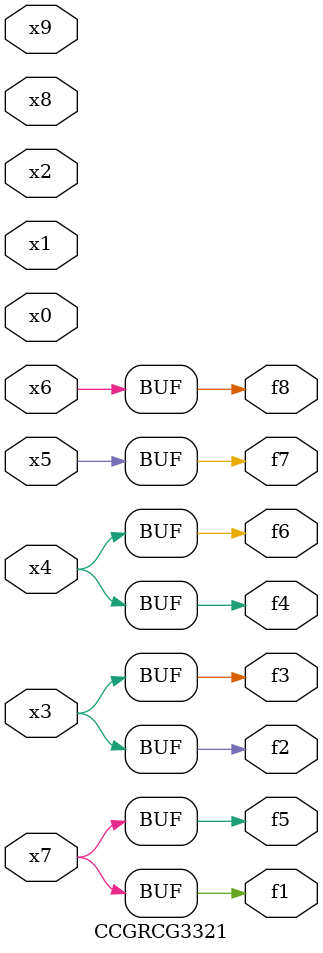
<source format=v>
module CCGRCG3321(
	input x0, x1, x2, x3, x4, x5, x6, x7, x8, x9,
	output f1, f2, f3, f4, f5, f6, f7, f8
);
	assign f1 = x7;
	assign f2 = x3;
	assign f3 = x3;
	assign f4 = x4;
	assign f5 = x7;
	assign f6 = x4;
	assign f7 = x5;
	assign f8 = x6;
endmodule

</source>
